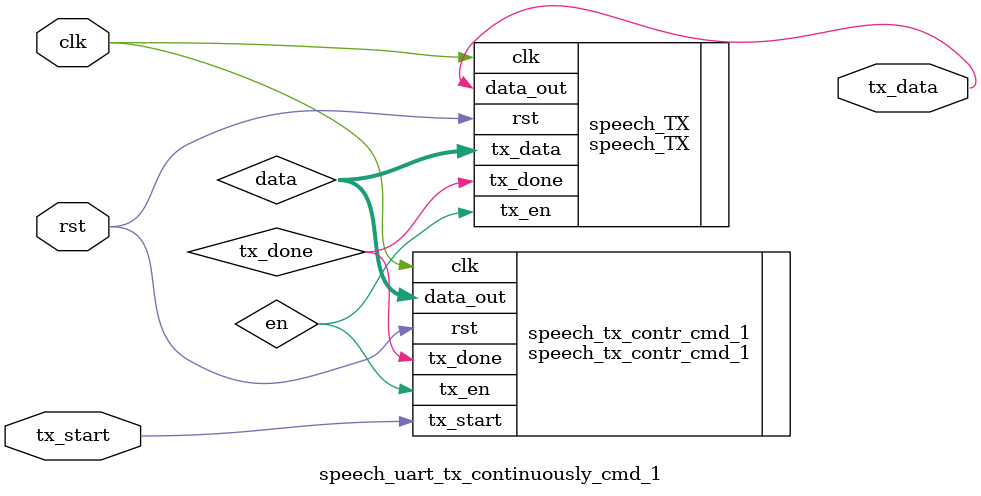
<source format=v>
`timescale 1ns / 1ps
module speech_uart_tx_continuously_cmd_1(
	input clk,
	input rst,
	input tx_start,
	output tx_data
    );
	
	wire [7:0] data;
	wire en;
	wire tx_done;

	
	
	speech_TX speech_TX(
    .clk(clk),
    .rst(rst),
    .tx_data(data),
    .tx_en(en),
	.tx_done(tx_done),
    .data_out(tx_data)
    );
	
	
	speech_tx_contr_cmd_1 speech_tx_contr_cmd_1(
	.clk(clk),
	.rst(rst),
	.tx_start(tx_start),
	.tx_done(tx_done),
	.tx_en(en),
	.data_out(data)
    );

endmodule


</source>
